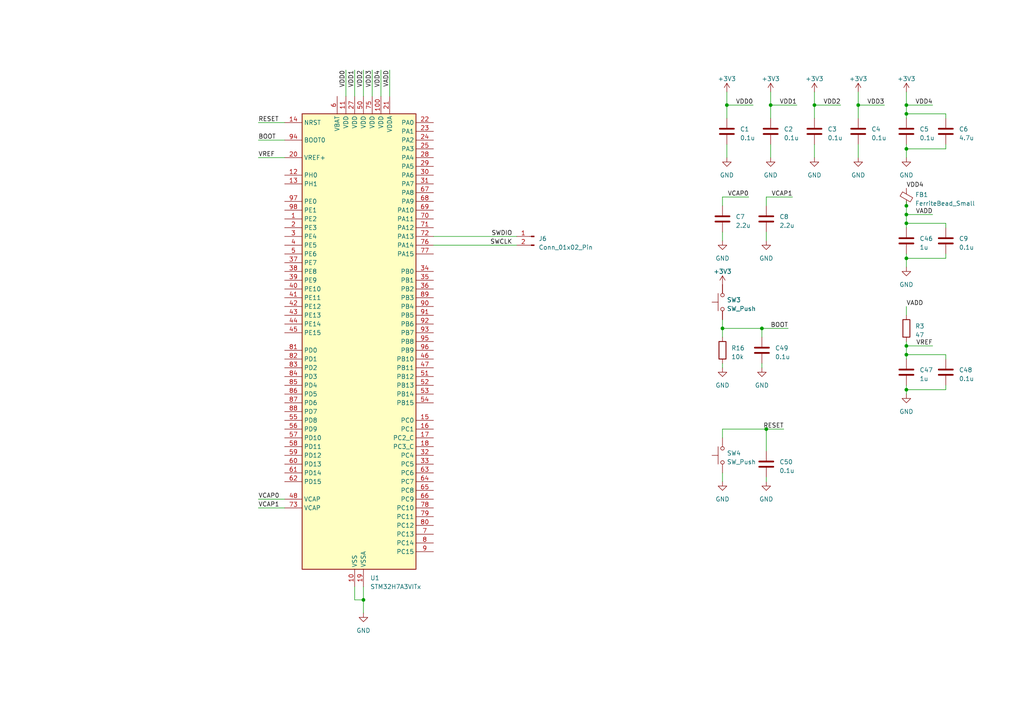
<source format=kicad_sch>
(kicad_sch (version 20230121) (generator eeschema)
  (paper "A4")
  (lib_symbols
    (symbol "Connector:Conn_01x02_Pin" (pin_names (offset 1.016) hide)
      (property "Reference" "J" (at 0 2.54 0))
      (property "Value" "Conn_01x02_Pin" (at 0 -5.08 0))
      (symbol "Conn_01x02_Pin_1_1"
        (polyline (pts (xy 1.27 -2.54) (xy 0.8636 -2.54)) (stroke (width 0.1524)))
        (polyline (pts (xy 1.27 0) (xy 0.8636 0)) (stroke (width 0.1524)))
        (rectangle (start 0.8636 -2.413) (end 0 -2.667) (stroke (width 0.1524)) (fill (type outline)))
        (rectangle (start 0.8636 0.127) (end 0 -0.127) (stroke (width 0.1524)) (fill (type outline)))
        (pin passive line (at 5.08 0 180) (length 3.81) (name "Pin_1") (number "1"))
        (pin passive line (at 5.08 -2.54 180) (length 3.81) (name "Pin_2") (number "2"))
      )
    )
    (symbol "Device:C" (pin_numbers hide) (pin_names (offset 0.254))
      (property "Reference" "C" (at 0.635 2.54 0))
      (property "Value" "C" (at 0.635 -2.54 0))
      (symbol "C_0_1"
        (polyline (pts (xy -2.032 -0.762) (xy 2.032 -0.762)) (stroke (width 0.508)))
        (polyline (pts (xy -2.032 0.762) (xy 2.032 0.762)) (stroke (width 0.508)))
      )
      (symbol "C_1_1"
        (pin passive line (at 0 3.81 270) (length 2.794) (name "~") (number "1"))
        (pin passive line (at 0 -3.81 90) (length 2.794) (name "~") (number "2"))
      )
    )
    (symbol "Device:FerriteBead_Small" (pin_numbers hide) (pin_names (offset 0))
      (property "Reference" "FB" (at 1.905 1.27 0))
      (property "Value" "FerriteBead_Small" (at 1.905 -1.27 0))
      (symbol "FerriteBead_Small_0_1"
        (polyline (pts (xy 0 -1.27) (xy 0 -0.7874)))
        (polyline (pts (xy 0 0.889) (xy 0 1.2954)))
        (polyline (pts (xy -1.8288 0.2794) (xy -1.1176 1.4986) (xy 1.8288 -0.2032) (xy 1.1176 -1.4224) (xy -1.8288 0.2794)))
      )
      (symbol "FerriteBead_Small_1_1"
        (pin passive line (at 0 2.54 270) (length 1.27) (name "~") (number "1"))
        (pin passive line (at 0 -2.54 90) (length 1.27) (name "~") (number "2"))
      )
    )
    (symbol "Device:R" (pin_numbers hide) (pin_names (offset 0))
      (property "Reference" "R" (at 2.032 0 90))
      (property "Value" "R" (at 0 0 90))
      (symbol "R_0_1"
        (rectangle (start -1.016 -2.54) (end 1.016 2.54) (stroke (width 0.254)))
      )
      (symbol "R_1_1"
        (pin passive line (at 0 3.81 270) (length 1.27) (name "~") (number "1"))
        (pin passive line (at 0 -3.81 90) (length 1.27) (name "~") (number "2"))
      )
    )
    (symbol "MCU_ST_STM32H7:STM32H7A3VITx"
      (property "Reference" "U" (at -15.24 67.31 0))
      (property "Value" "STM32H7A3VITx" (at 12.7 67.31 0))
      (symbol "STM32H7A3VITx_0_1"
        (rectangle (start -15.24 -66.04) (end 17.78 66.04) (stroke (width 0.254)) (fill (type background)))
      )
      (symbol "STM32H7A3VITx_1_1"
        (pin bidirectional line (at -20.32 35.56 0) (length 5.08) (name "PE2") (number "1"))
        (pin power_in line (at 0 -71.12 90) (length 5.08) (name "VSS") (number "10"))
        (pin power_in line (at 7.62 71.12 270) (length 5.08) (name "VDD") (number "100"))
        (pin power_in line (at -2.54 71.12 270) (length 5.08) (name "VDD") (number "11"))
        (pin bidirectional line (at -20.32 48.26 0) (length 5.08) (name "PH0") (number "12"))
        (pin bidirectional line (at -20.32 45.72 0) (length 5.08) (name "PH1") (number "13"))
        (pin input line (at -20.32 63.5 0) (length 5.08) (name "NRST") (number "14"))
        (pin bidirectional line (at 22.86 -22.86 180) (length 5.08) (name "PC0") (number "15"))
        (pin bidirectional line (at 22.86 -25.4 180) (length 5.08) (name "PC1") (number "16"))
        (pin bidirectional line (at 22.86 -27.94 180) (length 5.08) (name "PC2_C") (number "17"))
        (pin bidirectional line (at 22.86 -30.48 180) (length 5.08) (name "PC3_C") (number "18"))
        (pin power_in line (at 2.54 -71.12 90) (length 5.08) (name "VSSA") (number "19"))
        (pin bidirectional line (at -20.32 33.02 0) (length 5.08) (name "PE3") (number "2"))
        (pin input line (at -20.32 53.34 0) (length 5.08) (name "VREF+") (number "20"))
        (pin power_in line (at 10.16 71.12 270) (length 5.08) (name "VDDA") (number "21"))
        (pin bidirectional line (at 22.86 63.5 180) (length 5.08) (name "PA0") (number "22"))
        (pin bidirectional line (at 22.86 60.96 180) (length 5.08) (name "PA1") (number "23"))
        (pin bidirectional line (at 22.86 58.42 180) (length 5.08) (name "PA2") (number "24"))
        (pin bidirectional line (at 22.86 55.88 180) (length 5.08) (name "PA3") (number "25"))
        (pin passive line (at 0 -71.12 90) (length 5.08) hide (name "VSS") (number "26"))
        (pin power_in line (at 0 71.12 270) (length 5.08) (name "VDD") (number "27"))
        (pin bidirectional line (at 22.86 53.34 180) (length 5.08) (name "PA4") (number "28"))
        (pin bidirectional line (at 22.86 50.8 180) (length 5.08) (name "PA5") (number "29"))
        (pin bidirectional line (at -20.32 30.48 0) (length 5.08) (name "PE4") (number "3"))
        (pin bidirectional line (at 22.86 48.26 180) (length 5.08) (name "PA6") (number "30"))
        (pin bidirectional line (at 22.86 45.72 180) (length 5.08) (name "PA7") (number "31"))
        (pin bidirectional line (at 22.86 -33.02 180) (length 5.08) (name "PC4") (number "32"))
        (pin bidirectional line (at 22.86 -35.56 180) (length 5.08) (name "PC5") (number "33"))
        (pin bidirectional line (at 22.86 20.32 180) (length 5.08) (name "PB0") (number "34"))
        (pin bidirectional line (at 22.86 17.78 180) (length 5.08) (name "PB1") (number "35"))
        (pin bidirectional line (at 22.86 15.24 180) (length 5.08) (name "PB2") (number "36"))
        (pin bidirectional line (at -20.32 22.86 0) (length 5.08) (name "PE7") (number "37"))
        (pin bidirectional line (at -20.32 20.32 0) (length 5.08) (name "PE8") (number "38"))
        (pin bidirectional line (at -20.32 17.78 0) (length 5.08) (name "PE9") (number "39"))
        (pin bidirectional line (at -20.32 27.94 0) (length 5.08) (name "PE5") (number "4"))
        (pin bidirectional line (at -20.32 15.24 0) (length 5.08) (name "PE10") (number "40"))
        (pin bidirectional line (at -20.32 12.7 0) (length 5.08) (name "PE11") (number "41"))
        (pin bidirectional line (at -20.32 10.16 0) (length 5.08) (name "PE12") (number "42"))
        (pin bidirectional line (at -20.32 7.62 0) (length 5.08) (name "PE13") (number "43"))
        (pin bidirectional line (at -20.32 5.08 0) (length 5.08) (name "PE14") (number "44"))
        (pin bidirectional line (at -20.32 2.54 0) (length 5.08) (name "PE15") (number "45"))
        (pin bidirectional line (at 22.86 -5.08 180) (length 5.08) (name "PB10") (number "46"))
        (pin bidirectional line (at 22.86 -7.62 180) (length 5.08) (name "PB11") (number "47"))
        (pin power_out line (at -20.32 -45.72 0) (length 5.08) (name "VCAP") (number "48"))
        (pin passive line (at 0 -71.12 90) (length 5.08) hide (name "VSS") (number "49"))
        (pin bidirectional line (at -20.32 25.4 0) (length 5.08) (name "PE6") (number "5"))
        (pin power_in line (at 2.54 71.12 270) (length 5.08) (name "VDD") (number "50"))
        (pin bidirectional line (at 22.86 -10.16 180) (length 5.08) (name "PB12") (number "51"))
        (pin bidirectional line (at 22.86 -12.7 180) (length 5.08) (name "PB13") (number "52"))
        (pin bidirectional line (at 22.86 -15.24 180) (length 5.08) (name "PB14") (number "53"))
        (pin bidirectional line (at 22.86 -17.78 180) (length 5.08) (name "PB15") (number "54"))
        (pin bidirectional line (at -20.32 -22.86 0) (length 5.08) (name "PD8") (number "55"))
        (pin bidirectional line (at -20.32 -25.4 0) (length 5.08) (name "PD9") (number "56"))
        (pin bidirectional line (at -20.32 -27.94 0) (length 5.08) (name "PD10") (number "57"))
        (pin bidirectional line (at -20.32 -30.48 0) (length 5.08) (name "PD11") (number "58"))
        (pin bidirectional line (at -20.32 -33.02 0) (length 5.08) (name "PD12") (number "59"))
        (pin power_in line (at -5.08 71.12 270) (length 5.08) (name "VBAT") (number "6"))
        (pin bidirectional line (at -20.32 -35.56 0) (length 5.08) (name "PD13") (number "60"))
        (pin bidirectional line (at -20.32 -38.1 0) (length 5.08) (name "PD14") (number "61"))
        (pin bidirectional line (at -20.32 -40.64 0) (length 5.08) (name "PD15") (number "62"))
        (pin bidirectional line (at 22.86 -38.1 180) (length 5.08) (name "PC6") (number "63"))
        (pin bidirectional line (at 22.86 -40.64 180) (length 5.08) (name "PC7") (number "64"))
        (pin bidirectional line (at 22.86 -43.18 180) (length 5.08) (name "PC8") (number "65"))
        (pin bidirectional line (at 22.86 -45.72 180) (length 5.08) (name "PC9") (number "66"))
        (pin bidirectional line (at 22.86 43.18 180) (length 5.08) (name "PA8") (number "67"))
        (pin bidirectional line (at 22.86 40.64 180) (length 5.08) (name "PA9") (number "68"))
        (pin bidirectional line (at 22.86 38.1 180) (length 5.08) (name "PA10") (number "69"))
        (pin bidirectional line (at 22.86 -55.88 180) (length 5.08) (name "PC13") (number "7"))
        (pin bidirectional line (at 22.86 35.56 180) (length 5.08) (name "PA11") (number "70"))
        (pin bidirectional line (at 22.86 33.02 180) (length 5.08) (name "PA12") (number "71"))
        (pin bidirectional line (at 22.86 30.48 180) (length 5.08) (name "PA13") (number "72"))
        (pin power_out line (at -20.32 -48.26 0) (length 5.08) (name "VCAP") (number "73"))
        (pin passive line (at 0 -71.12 90) (length 5.08) hide (name "VSS") (number "74"))
        (pin power_in line (at 5.08 71.12 270) (length 5.08) (name "VDD") (number "75"))
        (pin bidirectional line (at 22.86 27.94 180) (length 5.08) (name "PA14") (number "76"))
        (pin bidirectional line (at 22.86 25.4 180) (length 5.08) (name "PA15") (number "77"))
        (pin bidirectional line (at 22.86 -48.26 180) (length 5.08) (name "PC10") (number "78"))
        (pin bidirectional line (at 22.86 -50.8 180) (length 5.08) (name "PC11") (number "79"))
        (pin bidirectional line (at 22.86 -58.42 180) (length 5.08) (name "PC14") (number "8"))
        (pin bidirectional line (at 22.86 -53.34 180) (length 5.08) (name "PC12") (number "80"))
        (pin bidirectional line (at -20.32 -2.54 0) (length 5.08) (name "PD0") (number "81"))
        (pin bidirectional line (at -20.32 -5.08 0) (length 5.08) (name "PD1") (number "82"))
        (pin bidirectional line (at -20.32 -7.62 0) (length 5.08) (name "PD2") (number "83"))
        (pin bidirectional line (at -20.32 -10.16 0) (length 5.08) (name "PD3") (number "84"))
        (pin bidirectional line (at -20.32 -12.7 0) (length 5.08) (name "PD4") (number "85"))
        (pin bidirectional line (at -20.32 -15.24 0) (length 5.08) (name "PD5") (number "86"))
        (pin bidirectional line (at -20.32 -17.78 0) (length 5.08) (name "PD6") (number "87"))
        (pin bidirectional line (at -20.32 -20.32 0) (length 5.08) (name "PD7") (number "88"))
        (pin bidirectional line (at 22.86 12.7 180) (length 5.08) (name "PB3") (number "89"))
        (pin bidirectional line (at 22.86 -60.96 180) (length 5.08) (name "PC15") (number "9"))
        (pin bidirectional line (at 22.86 10.16 180) (length 5.08) (name "PB4") (number "90"))
        (pin bidirectional line (at 22.86 7.62 180) (length 5.08) (name "PB5") (number "91"))
        (pin bidirectional line (at 22.86 5.08 180) (length 5.08) (name "PB6") (number "92"))
        (pin bidirectional line (at 22.86 2.54 180) (length 5.08) (name "PB7") (number "93"))
        (pin input line (at -20.32 58.42 0) (length 5.08) (name "BOOT0") (number "94"))
        (pin bidirectional line (at 22.86 0 180) (length 5.08) (name "PB8") (number "95"))
        (pin bidirectional line (at 22.86 -2.54 180) (length 5.08) (name "PB9") (number "96"))
        (pin bidirectional line (at -20.32 40.64 0) (length 5.08) (name "PE0") (number "97"))
        (pin bidirectional line (at -20.32 38.1 0) (length 5.08) (name "PE1") (number "98"))
        (pin passive line (at 0 -71.12 90) (length 5.08) hide (name "VSS") (number "99"))
      )
    )
    (symbol "Switch:SW_Push" (pin_numbers hide) (pin_names (offset 1.016) hide)
      (property "Reference" "SW" (at 1.27 2.54 0))
      (property "Value" "SW_Push" (at 0 -1.524 0))
      (symbol "SW_Push_0_1"
        (circle (center -2.032 0) (radius 0.508))
        (polyline (pts (xy 0 1.27) (xy 0 3.048)))
        (polyline (pts (xy 2.54 1.27) (xy -2.54 1.27)))
        (circle (center 2.032 0) (radius 0.508))
        (pin passive line (at -5.08 0 0) (length 2.54) (name "1") (number "1"))
        (pin passive line (at 5.08 0 180) (length 2.54) (name "2") (number "2"))
      )
    )
    (symbol "power:+3V3" (power) (pin_names (offset 0))
      (property "Value" "+3V3" (at 0 3.556 0))
      (symbol "+3V3_0_1"
        (polyline (pts (xy -0.762 1.27) (xy 0 2.54)))
        (polyline (pts (xy 0 0) (xy 0 2.54)))
        (polyline (pts (xy 0 2.54) (xy 0.762 1.27)))
      )
      (symbol "+3V3_1_1"
        (pin power_in line (at 0 0 90) (length 0) hide (name "+3V3") (number "1"))
      )
    )
    (symbol "power:GND" (power) (pin_names (offset 0))
      (property "Value" "GND" (at 0 -3.81 0))
      (symbol "GND_0_1"
        (polyline (pts (xy 0 0) (xy 0 -1.27) (xy 1.27 -1.27) (xy 0 -2.54) (xy -1.27 -1.27) (xy 0 -1.27)))
      )
      (symbol "GND_1_1"
        (pin power_in line (at 0 0 270) (length 0) hide (name "GND") (number "1"))
      )
    )
  )
  (junction (at 210.82 30.48))
  (junction (at 262.89 113.03))
  (junction (at 262.89 43.18))
  (junction (at 262.89 59.69))
  (junction (at 209.55 95.25))
  (junction (at 262.89 100.33))
  (junction (at 262.89 64.77))
  (junction (at 262.89 30.48))
  (junction (at 105.41 173.99))
  (junction (at 248.92 30.48))
  (junction (at 222.25 124.46))
  (junction (at 262.89 102.87))
  (junction (at 223.52 30.48))
  (junction (at 220.98 95.25))
  (junction (at 262.89 33.02))
  (junction (at 262.89 62.23))
  (junction (at 236.22 30.48))
  (junction (at 262.89 74.93))
  (wire (pts (xy 210.82 30.48) (xy 210.82 34.29)))
  (wire (pts (xy 222.25 124.46) (xy 227.33 124.46)))
  (wire (pts (xy 262.89 30.48) (xy 270.51 30.48)))
  (wire (pts (xy 229.87 57.15) (xy 222.25 57.15)))
  (wire (pts (xy 262.89 33.02) (xy 262.89 34.29)))
  (wire (pts (xy 248.92 30.48) (xy 248.92 34.29)))
  (wire (pts (xy 125.73 71.12) (xy 149.86 71.12)))
  (wire (pts (xy 274.32 41.91) (xy 274.32 43.18)))
  (wire (pts (xy 262.89 100.33) (xy 262.89 102.87)))
  (wire (pts (xy 223.52 30.48) (xy 231.14 30.48)))
  (wire (pts (xy 262.89 113.03) (xy 262.89 114.3)))
  (wire (pts (xy 209.55 95.25) (xy 220.98 95.25)))
  (wire (pts (xy 220.98 95.25) (xy 228.6 95.25)))
  (wire (pts (xy 102.87 173.99) (xy 105.41 173.99)))
  (wire (pts (xy 100.33 20.32) (xy 100.33 27.94)))
  (wire (pts (xy 210.82 26.67) (xy 210.82 30.48)))
  (wire (pts (xy 105.41 173.99) (xy 105.41 177.8)))
  (wire (pts (xy 217.17 57.15) (xy 209.55 57.15)))
  (wire (pts (xy 262.89 62.23) (xy 270.51 62.23)))
  (wire (pts (xy 262.89 30.48) (xy 262.89 33.02)))
  (wire (pts (xy 220.98 105.41) (xy 220.98 106.68)))
  (wire (pts (xy 74.93 147.32) (xy 82.55 147.32)))
  (wire (pts (xy 209.55 57.15) (xy 209.55 59.69)))
  (wire (pts (xy 209.55 105.41) (xy 209.55 106.68)))
  (wire (pts (xy 262.89 62.23) (xy 262.89 64.77)))
  (wire (pts (xy 222.25 67.31) (xy 222.25 69.85)))
  (wire (pts (xy 210.82 30.48) (xy 218.44 30.48)))
  (wire (pts (xy 113.03 20.32) (xy 113.03 27.94)))
  (wire (pts (xy 262.89 26.67) (xy 262.89 30.48)))
  (wire (pts (xy 74.93 144.78) (xy 82.55 144.78)))
  (wire (pts (xy 248.92 30.48) (xy 256.54 30.48)))
  (wire (pts (xy 222.25 138.43) (xy 222.25 139.7)))
  (wire (pts (xy 209.55 67.31) (xy 209.55 69.85)))
  (wire (pts (xy 262.89 88.9) (xy 262.89 91.44)))
  (wire (pts (xy 262.89 73.66) (xy 262.89 74.93)))
  (wire (pts (xy 209.55 92.71) (xy 209.55 95.25)))
  (wire (pts (xy 105.41 20.32) (xy 105.41 27.94)))
  (wire (pts (xy 274.32 111.76) (xy 274.32 113.03)))
  (wire (pts (xy 270.51 100.33) (xy 262.89 100.33)))
  (wire (pts (xy 209.55 124.46) (xy 222.25 124.46)))
  (wire (pts (xy 274.32 64.77) (xy 274.32 66.04)))
  (wire (pts (xy 220.98 95.25) (xy 220.98 97.79)))
  (wire (pts (xy 223.52 30.48) (xy 223.52 34.29)))
  (wire (pts (xy 274.32 33.02) (xy 274.32 34.29)))
  (wire (pts (xy 262.89 59.69) (xy 262.89 58.42)))
  (wire (pts (xy 110.49 20.32) (xy 110.49 27.94)))
  (wire (pts (xy 74.93 45.72) (xy 82.55 45.72)))
  (wire (pts (xy 262.89 102.87) (xy 274.32 102.87)))
  (wire (pts (xy 74.93 35.56) (xy 82.55 35.56)))
  (wire (pts (xy 210.82 41.91) (xy 210.82 45.72)))
  (wire (pts (xy 262.89 41.91) (xy 262.89 43.18)))
  (wire (pts (xy 262.89 64.77) (xy 274.32 64.77)))
  (wire (pts (xy 274.32 113.03) (xy 262.89 113.03)))
  (wire (pts (xy 262.89 43.18) (xy 262.89 45.72)))
  (wire (pts (xy 209.55 137.16) (xy 209.55 139.7)))
  (wire (pts (xy 274.32 74.93) (xy 262.89 74.93)))
  (wire (pts (xy 248.92 41.91) (xy 248.92 45.72)))
  (wire (pts (xy 236.22 30.48) (xy 236.22 34.29)))
  (wire (pts (xy 274.32 43.18) (xy 262.89 43.18)))
  (wire (pts (xy 102.87 170.18) (xy 102.87 173.99)))
  (wire (pts (xy 262.89 62.23) (xy 262.89 59.69)))
  (wire (pts (xy 262.89 64.77) (xy 262.89 66.04)))
  (wire (pts (xy 274.32 102.87) (xy 274.32 104.14)))
  (wire (pts (xy 102.87 20.32) (xy 102.87 27.94)))
  (wire (pts (xy 209.55 95.25) (xy 209.55 97.79)))
  (wire (pts (xy 222.25 57.15) (xy 222.25 59.69)))
  (wire (pts (xy 262.89 111.76) (xy 262.89 113.03)))
  (wire (pts (xy 74.93 40.64) (xy 82.55 40.64)))
  (wire (pts (xy 105.41 170.18) (xy 105.41 173.99)))
  (wire (pts (xy 222.25 124.46) (xy 222.25 130.81)))
  (wire (pts (xy 236.22 41.91) (xy 236.22 45.72)))
  (wire (pts (xy 248.92 26.67) (xy 248.92 30.48)))
  (wire (pts (xy 125.73 68.58) (xy 149.86 68.58)))
  (wire (pts (xy 223.52 41.91) (xy 223.52 45.72)))
  (wire (pts (xy 236.22 30.48) (xy 243.84 30.48)))
  (wire (pts (xy 107.95 20.32) (xy 107.95 27.94)))
  (wire (pts (xy 262.89 99.06) (xy 262.89 100.33)))
  (wire (pts (xy 262.89 33.02) (xy 274.32 33.02)))
  (wire (pts (xy 209.55 124.46) (xy 209.55 127)))
  (wire (pts (xy 274.32 73.66) (xy 274.32 74.93)))
  (wire (pts (xy 223.52 26.67) (xy 223.52 30.48)))
  (wire (pts (xy 236.22 26.67) (xy 236.22 30.48)))
  (wire (pts (xy 262.89 74.93) (xy 262.89 77.47)))
  (wire (pts (xy 262.89 102.87) (xy 262.89 104.14)))
  (label "VREF" (at 270.51 100.33 180))
  (label "VADD" (at 262.89 88.9 0))
  (label "VDD4" (at 270.51 30.48 180))
  (label "VDD4" (at 110.49 20.32 270))
  (label "VDD0" (at 218.44 30.48 180))
  (label "VCAP0" (at 217.17 57.15 180))
  (label "RESET" (at 74.93 35.56 0))
  (label "VDD1" (at 102.87 20.32 270))
  (label "VREF" (at 74.93 45.72 0))
  (label "VDD1" (at 231.14 30.48 180))
  (label "VDD4" (at 262.89 54.61 0))
  (label "SWCLK" (at 148.59 71.12 180))
  (label "VDD2" (at 243.84 30.48 180))
  (label "VCAP1" (at 74.93 147.32 0))
  (label "VADD" (at 270.51 62.23 180))
  (label "VDD3" (at 107.95 20.32 270))
  (label "VCAP1" (at 229.87 57.15 180))
  (label "RESET" (at 227.33 124.46 180))
  (label "BOOT" (at 228.6 95.25 180))
  (label "BOOT" (at 74.93 40.64 0))
  (label "VADD" (at 113.03 20.32 270))
  (label "VCAP0" (at 74.93 144.78 0))
  (label "VDD0" (at 100.33 20.32 270))
  (label "VDD3" (at 256.54 30.48 180))
  (label "VDD2" (at 105.41 20.32 270))
  (label "SWDIO" (at 148.59 68.58 180))
  (symbol (lib_id "Device:R") (at 209.55 101.6 0) (unit 1)
    (property "Reference" "R16" (at 212.09 100.965 0) (effects (justify left)))
    (property "Value" "10k" (at 212.09 103.505 0) (effects (justify left)))
  )
  (symbol (lib_id "Device:C") (at 223.52 38.1 0) (unit 1)
    (property "Reference" "C2" (at 227.33 37.465 0) (effects (justify left)))
    (property "Value" "0.1u" (at 227.33 40.005 0) (effects (justify left)))
  )
  (symbol (lib_id "power:GND") (at 248.92 45.72 0) (unit 1)
    (property "Reference" "#PWR011" (effects hide))
    (property "Value" "GND" (at 248.92 50.8 0))
  )
  (symbol (lib_id "power:GND") (at 209.55 106.68 0) (unit 1)
    (property "Reference" "#PWR0121" (effects hide))
    (property "Value" "GND" (at 209.55 111.76 0))
  )
  (symbol (lib_id "Switch:SW_Push") (at 209.55 132.08 90) (unit 1)
    (property "Reference" "SW4" (at 210.82 131.445 90) (effects (justify right)))
    (property "Value" "SW_Push" (at 210.82 133.985 90) (effects (justify right)))
  )
  (symbol (lib_id "power:GND") (at 223.52 45.72 0) (unit 1)
    (property "Reference" "#PWR06" (effects hide))
    (property "Value" "GND" (at 223.52 50.8 0))
  )
  (symbol (lib_id "Device:C") (at 248.92 38.1 0) (unit 1)
    (property "Reference" "C4" (at 252.73 37.465 0) (effects (justify left)))
    (property "Value" "0.1u" (at 252.73 40.005 0) (effects (justify left)))
  )
  (symbol (lib_id "power:+3V3") (at 248.92 26.67 0) (unit 1)
    (property "Reference" "#PWR010" (effects hide))
    (property "Value" "+3V3" (at 248.92 22.86 0))
  )
  (symbol (lib_id "power:+3V3") (at 223.52 26.67 0) (unit 1)
    (property "Reference" "#PWR05" (effects hide))
    (property "Value" "+3V3" (at 223.52 22.86 0))
  )
  (symbol (lib_id "power:+3V3") (at 262.89 26.67 0) (unit 1)
    (property "Reference" "#PWR07" (effects hide))
    (property "Value" "+3V3" (at 262.89 22.86 0))
  )
  (symbol (lib_id "Device:C") (at 274.32 69.85 0) (unit 1)
    (property "Reference" "C9" (at 278.13 69.215 0) (effects (justify left)))
    (property "Value" "0.1u" (at 278.13 71.755 0) (effects (justify left)))
  )
  (symbol (lib_id "power:GND") (at 209.55 139.7 0) (unit 1)
    (property "Reference" "#PWR0124" (effects hide))
    (property "Value" "GND" (at 209.55 144.78 0))
  )
  (symbol (lib_id "power:GND") (at 262.89 114.3 0) (unit 1)
    (property "Reference" "#PWR0118" (effects hide))
    (property "Value" "GND" (at 262.89 119.38 0))
  )
  (symbol (lib_id "power:GND") (at 222.25 139.7 0) (unit 1)
    (property "Reference" "#PWR0125" (effects hide))
    (property "Value" "GND" (at 222.25 144.78 0))
  )
  (symbol (lib_id "Device:C") (at 274.32 38.1 0) (unit 1)
    (property "Reference" "C6" (at 278.13 37.465 0) (effects (justify left)))
    (property "Value" "4.7u" (at 278.13 40.005 0) (effects (justify left)))
  )
  (symbol (lib_id "Device:C") (at 262.89 107.95 0) (unit 1)
    (property "Reference" "C47" (at 266.7 107.315 0) (effects (justify left)))
    (property "Value" "1u" (at 266.7 109.855 0) (effects (justify left)))
  )
  (symbol (lib_id "power:GND") (at 262.89 77.47 0) (unit 1)
    (property "Reference" "#PWR0119" (effects hide))
    (property "Value" "GND" (at 262.89 82.55 0))
  )
  (symbol (lib_id "Connector:Conn_01x02_Pin") (at 154.94 68.58 0) (mirror y) (unit 1)
    (property "Reference" "J6" (at 156.21 69.215 0) (effects (justify right)))
    (property "Value" "Conn_01x02_Pin" (at 156.21 71.755 0) (effects (justify right)))
    (property "Footprint" "Connector:JWT_A3963_1x02_P3.96mm_Vertical" (effects hide))
  )
  (symbol (lib_id "power:+3V3") (at 209.55 82.55 0) (unit 1)
    (property "Reference" "#PWR0122" (effects hide))
    (property "Value" "+3V3" (at 209.55 78.74 0))
  )
  (symbol (lib_id "power:GND") (at 222.25 69.85 0) (unit 1)
    (property "Reference" "#PWR0117" (effects hide))
    (property "Value" "GND" (at 222.25 74.93 0))
  )
  (symbol (lib_id "Device:C") (at 262.89 38.1 0) (unit 1)
    (property "Reference" "C5" (at 266.7 37.465 0) (effects (justify left)))
    (property "Value" "0.1u" (at 266.7 40.005 0) (effects (justify left)))
  )
  (symbol (lib_id "Device:C") (at 236.22 38.1 0) (unit 1)
    (property "Reference" "C3" (at 240.03 37.465 0) (effects (justify left)))
    (property "Value" "0.1u" (at 240.03 40.005 0) (effects (justify left)))
  )
  (symbol (lib_id "power:GND") (at 236.22 45.72 0) (unit 1)
    (property "Reference" "#PWR09" (effects hide))
    (property "Value" "GND" (at 236.22 50.8 0))
  )
  (symbol (lib_id "Device:C") (at 220.98 101.6 0) (unit 1)
    (property "Reference" "C49" (at 224.79 100.965 0) (effects (justify left)))
    (property "Value" "0.1u" (at 224.79 103.505 0) (effects (justify left)))
  )
  (symbol (lib_id "power:GND") (at 105.41 177.8 0) (unit 1)
    (property "Reference" "#PWR0120" (effects hide))
    (property "Value" "GND" (at 105.41 182.88 0))
  )
  (symbol (lib_id "Device:C") (at 210.82 38.1 0) (unit 1)
    (property "Reference" "C1" (at 214.63 37.465 0) (effects (justify left)))
    (property "Value" "0.1u" (at 214.63 40.005 0) (effects (justify left)))
  )
  (symbol (lib_id "Switch:SW_Push") (at 209.55 87.63 90) (unit 1)
    (property "Reference" "SW3" (at 210.82 86.995 90) (effects (justify right)))
    (property "Value" "SW_Push" (at 210.82 89.535 90) (effects (justify right)))
  )
  (symbol (lib_id "Device:C") (at 274.32 107.95 0) (unit 1)
    (property "Reference" "C48" (at 278.13 107.315 0) (effects (justify left)))
    (property "Value" "0.1u" (at 278.13 109.855 0) (effects (justify left)))
  )
  (symbol (lib_id "power:GND") (at 220.98 106.68 0) (unit 1)
    (property "Reference" "#PWR0123" (effects hide))
    (property "Value" "GND" (at 220.98 111.76 0))
  )
  (symbol (lib_id "power:GND") (at 262.89 45.72 0) (unit 1)
    (property "Reference" "#PWR013" (effects hide))
    (property "Value" "GND" (at 262.89 50.8 0))
  )
  (symbol (lib_id "power:GND") (at 210.82 45.72 0) (unit 1)
    (property "Reference" "#PWR04" (effects hide))
    (property "Value" "GND" (at 210.82 50.8 0))
  )
  (symbol (lib_id "Device:R") (at 262.89 95.25 0) (unit 1)
    (property "Reference" "R3" (at 265.43 94.615 0) (effects (justify left)))
    (property "Value" "47" (at 265.43 97.155 0) (effects (justify left)))
  )
  (symbol (lib_id "MCU_ST_STM32H7:STM32H7A3VITx") (at 102.87 99.06 0) (unit 1)
    (property "Reference" "U1" (at 107.3659 167.64 0) (effects (justify left)))
    (property "Value" "STM32H7A3VITx" (at 107.3659 170.18 0) (effects (justify left)))
    (property "Footprint" "Package_QFP:LQFP-100_14x14mm_P0.5mm" (effects hide))
    (property "Datasheet" "https://www.st.com/resource/en/datasheet/stm32h7a3vi.pdf" (effects hide))
  )
  (symbol (lib_id "power:+3V3") (at 236.22 26.67 0) (unit 1)
    (property "Reference" "#PWR08" (effects hide))
    (property "Value" "+3V3" (at 236.22 22.86 0))
  )
  (symbol (lib_id "Device:C") (at 209.55 63.5 0) (unit 1)
    (property "Reference" "C7" (at 213.36 62.865 0) (effects (justify left)))
    (property "Value" "2.2u" (at 213.36 65.405 0) (effects (justify left)))
  )
  (symbol (lib_id "Device:C") (at 262.89 69.85 0) (unit 1)
    (property "Reference" "C46" (at 266.7 69.215 0) (effects (justify left)))
    (property "Value" "1u" (at 266.7 71.755 0) (effects (justify left)))
  )
  (symbol (lib_id "power:+3V3") (at 210.82 26.67 0) (unit 1)
    (property "Reference" "#PWR02" (effects hide))
    (property "Value" "+3V3" (at 210.82 22.86 0))
  )
  (symbol (lib_id "power:GND") (at 209.55 69.85 0) (unit 1)
    (property "Reference" "#PWR0116" (effects hide))
    (property "Value" "GND" (at 209.55 74.93 0))
  )
  (symbol (lib_id "Device:C") (at 222.25 134.62 0) (unit 1)
    (property "Reference" "C50" (at 226.06 133.985 0) (effects (justify left)))
    (property "Value" "0.1u" (at 226.06 136.525 0) (effects (justify left)))
  )
  (symbol (lib_id "Device:C") (at 222.25 63.5 0) (unit 1)
    (property "Reference" "C8" (at 226.06 62.865 0) (effects (justify left)))
    (property "Value" "2.2u" (at 226.06 65.405 0) (effects (justify left)))
  )
  (symbol (lib_id "Device:FerriteBead_Small") (at 262.89 57.15 0) (unit 1)
    (property "Reference" "FB1" (at 265.43 56.4769 0) (effects (justify left)))
    (property "Value" "FerriteBead_Small" (at 265.43 59.0169 0) (effects (justify left)))
  )
)
</source>
